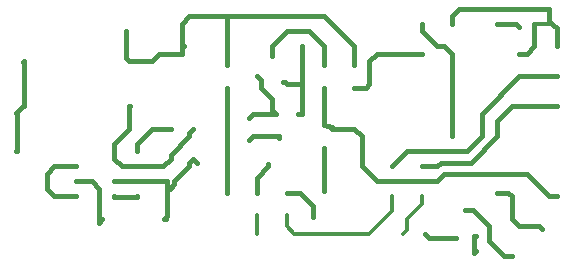
<source format=gbr>
G04 EAGLE Gerber RS-274X export*
G75*
%MOMM*%
%FSLAX34Y34*%
%LPD*%
%INTop Copper*%
%IPPOS*%
%AMOC8*
5,1,8,0,0,1.08239X$1,22.5*%
G01*
%ADD10C,0.406400*%
%ADD11C,0.304800*%


D10*
X44450Y88900D02*
X62900Y88900D01*
X44450Y88900D02*
X38100Y82550D01*
X38100Y69850D01*
X44450Y63500D01*
X62900Y63500D01*
X241300Y66650D02*
X252438Y66650D01*
X263525Y55563D01*
X263525Y46175D01*
X263550Y46150D01*
X215900Y66650D02*
X215900Y79375D01*
X225450Y88925D02*
X225450Y90600D01*
X225450Y88925D02*
X215900Y79375D01*
X142400Y69850D02*
X139700Y69850D01*
X161900Y95250D02*
X165100Y92050D01*
X114900Y76200D02*
X95250Y76200D01*
X158750Y88900D02*
X158750Y92100D01*
X161900Y95250D01*
X139700Y69850D02*
X139700Y46750D01*
X137400Y44450D01*
X139700Y69850D02*
X139700Y76200D01*
X114900Y76200D01*
X146050Y76200D02*
X158750Y88900D01*
X146050Y76200D02*
X146050Y73500D01*
X142400Y69850D01*
X139192Y44450D02*
X137400Y44450D01*
X138684Y43942D02*
X139192Y44450D01*
D11*
X215900Y47650D02*
X215900Y31750D01*
X330200Y50800D02*
X330200Y63500D01*
X330200Y50800D02*
X311150Y31750D01*
X247650Y31750D01*
X241300Y38100D01*
X241300Y47650D01*
D10*
X298450Y155600D02*
X308000Y155600D01*
X311150Y158750D01*
X311150Y177800D01*
X317500Y184150D01*
X355600Y184150D01*
X435610Y209550D02*
X438150Y207010D01*
X435610Y209550D02*
X419100Y209550D01*
X419100Y127000D02*
X419100Y114300D01*
X419100Y127000D02*
X431800Y139700D01*
X469900Y139700D01*
X368300Y88900D02*
X355600Y88900D01*
X368300Y88900D02*
X371475Y92075D01*
X396875Y92075D01*
X419100Y114300D01*
X342900Y101600D02*
X330200Y88900D01*
X342900Y101600D02*
X393700Y101600D01*
X406400Y114300D01*
X406400Y133350D01*
X438150Y165100D01*
X469900Y165100D01*
X273050Y155600D02*
X273050Y123800D01*
X279756Y121920D01*
X304800Y88900D02*
X317500Y76200D01*
X304800Y88900D02*
X304800Y114300D01*
X463550Y63500D02*
X469900Y63500D01*
X463550Y63500D02*
X444500Y82550D01*
D11*
X279400Y120650D02*
X273050Y123800D01*
D10*
X279400Y120650D02*
X298450Y120650D01*
X304800Y114300D01*
X374650Y82550D02*
X444500Y82550D01*
X374650Y82550D02*
X368300Y76200D01*
X317500Y76200D01*
X431800Y50750D02*
X431800Y44450D01*
X438150Y38100D01*
X454500Y38100D01*
X457200Y35400D01*
X431800Y50750D02*
X431800Y63500D01*
X428625Y66675D02*
X419100Y66675D01*
X428625Y66675D02*
X431800Y63500D01*
X273050Y68150D02*
X273050Y104800D01*
X273050Y174600D02*
X273050Y190500D01*
X260350Y203200D01*
X241300Y203200D01*
X228600Y190500D01*
X228600Y182450D01*
X234950Y114300D02*
X234950Y112600D01*
X234950Y114300D02*
X212700Y114300D01*
X209550Y111150D01*
X219100Y161900D02*
X215900Y165100D01*
X212750Y133350D02*
X231800Y133350D01*
X212750Y133350D02*
X209550Y130150D01*
X219100Y155550D02*
X219100Y160450D01*
X219100Y155550D02*
X228600Y146050D01*
X228600Y136550D01*
X231800Y133350D01*
X219100Y160450D02*
X219100Y161900D01*
D11*
X355600Y63500D02*
X355600Y57150D01*
X342900Y44450D01*
X342900Y34900D01*
X339750Y31750D01*
D10*
X142900Y120650D02*
X127000Y120650D01*
X114300Y107950D01*
X114300Y102200D01*
X114900Y101600D01*
X114900Y88900D02*
X136550Y88900D01*
X142900Y95250D01*
X142900Y98450D01*
X158750Y114300D01*
X158750Y117500D01*
X161900Y120650D01*
X114900Y88900D02*
X101600Y88900D01*
X95250Y95250D01*
X107950Y139700D02*
X108900Y139700D01*
X107950Y139700D02*
X107950Y120650D01*
X95250Y107950D01*
X95250Y95250D01*
X114900Y63500D02*
X114646Y63246D01*
X94996Y63246D01*
X190500Y66650D02*
X190500Y88900D01*
X190500Y155600D01*
X95250Y63500D02*
X94996Y63246D01*
X18100Y139700D02*
X12100Y133700D01*
X18100Y176800D02*
X19050Y177750D01*
X19050Y139700D02*
X18100Y139700D01*
X19050Y139700D02*
X19050Y177750D01*
X19100Y177800D01*
X12700Y101600D02*
X12100Y101600D01*
X12700Y101600D02*
X12700Y133100D01*
X12100Y133700D01*
X62900Y76200D02*
X76200Y76200D01*
X82550Y69850D01*
X82550Y40800D01*
X85250Y44450D01*
X105250Y180450D02*
X105250Y203200D01*
X105250Y180450D02*
X107900Y177800D01*
X152400Y189450D02*
X153958Y191008D01*
X190500Y190500D02*
X190500Y174600D01*
X298450Y174600D02*
X298450Y190500D01*
X273050Y215900D01*
X190500Y215900D02*
X158750Y215900D01*
X190500Y215900D02*
X273050Y215900D01*
X158750Y215900D02*
X152400Y209550D01*
X190500Y215900D02*
X190500Y190500D01*
X152400Y189450D02*
X152400Y209550D01*
X127000Y177800D02*
X107900Y177800D01*
X127000Y177800D02*
X133350Y184150D01*
X152400Y184150D01*
X152400Y189450D01*
X250800Y133350D02*
X254000Y133350D01*
X254000Y158750D01*
X239600Y160450D02*
X238100Y160450D01*
X239600Y160450D02*
X241300Y158750D01*
X254000Y158750D01*
X254000Y190500D01*
X381000Y209550D02*
X381000Y215900D01*
X387350Y222250D01*
X463550Y222250D01*
X463550Y212090D01*
X466090Y209550D01*
X469900Y205740D02*
X469900Y190500D01*
X469900Y205740D02*
X466090Y209550D01*
X384175Y28575D02*
X384200Y28550D01*
X384175Y28575D02*
X361925Y28575D01*
X358750Y31750D01*
X392112Y52276D02*
X398574Y52276D01*
X412750Y38100D01*
X412750Y25400D01*
X425450Y12700D01*
X431750Y12700D01*
X431800Y12750D01*
X355600Y203200D02*
X355600Y209550D01*
X381000Y184150D02*
X381000Y114300D01*
X381000Y184150D02*
X374650Y190500D01*
X368300Y190500D01*
X355600Y203200D01*
X401613Y17438D02*
X400050Y15875D01*
X400050Y30276D02*
X401612Y30276D01*
X400050Y30276D02*
X400050Y15875D01*
X438150Y184150D02*
X444500Y184150D01*
X450850Y190500D01*
X450850Y209550D01*
D11*
X463550Y209550D01*
M02*

</source>
